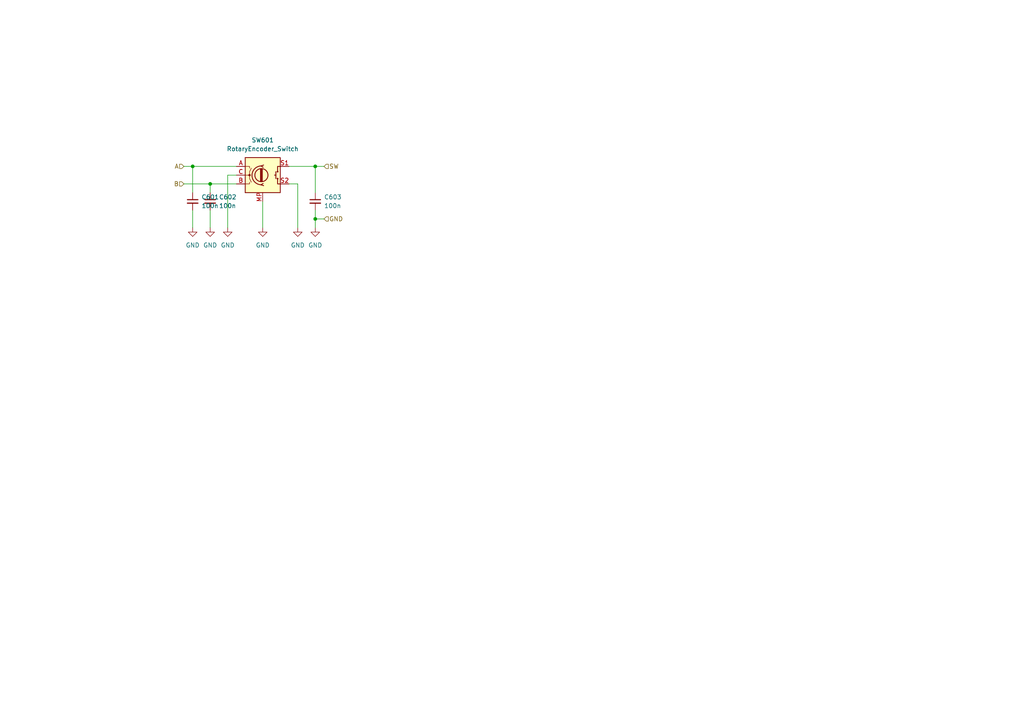
<source format=kicad_sch>
(kicad_sch (version 20250114) (generator "eeschema") (generator_version "9.0")
  (paper "A4")
  (lib_symbols
    (symbol "Device:C_Small" (pin_numbers (hide yes)) (pin_names (offset 0.254) (hide yes))
      (property "Reference" "C" (at 0.254 1.778 0))
      (property "Value" "C_Small" (at 0.254 -2.032 0))
      (symbol "C_Small_0_1"
        (polyline (pts (xy -1.524 0.508) (xy 1.524 0.508)) (stroke (width 0.3048)))
        (polyline (pts (xy -1.524 -0.508) (xy 1.524 -0.508)) (stroke (width 0.3302)))
      )
      (symbol "C_Small_1_1"
        (pin passive line (at 0 2.54 270) (length 2.032) (name "~") (number "1"))
        (pin passive line (at 0 -2.54 90) (length 2.032) (name "~") (number "2"))
      )
    )
    (symbol "Device:RotaryEncoder_Switch_MP" (pin_names (offset 0.254) (hide yes))
      (property "Reference" "SW" (at 0 8.89 0))
      (property "Value" "RotaryEncoder_Switch_MP" (at 0 6.35 0))
      (symbol "RotaryEncoder_Switch_MP_0_1"
        (rectangle (start -5.08 5.08) (end 5.08 -5.08) (stroke (width 0.254)) (fill (type background)))
        (polyline (pts (xy -5.08 2.54) (xy -3.81 2.54) (xy -3.81 2.032)))
        (polyline (pts (xy -5.08 0) (xy -3.81 0) (xy -3.81 -1.016) (xy -3.302 -2.032)))
        (polyline (pts (xy -5.08 -2.54) (xy -3.81 -2.54) (xy -3.81 -2.032)))
        (polyline (pts (xy -4.318 0) (xy -3.81 0) (xy -3.81 1.016) (xy -3.302 2.032)))
        (circle (center -3.81 0) (radius 0.254) (fill (type outline)))
        (polyline (pts (xy -0.635 -1.778) (xy -0.635 1.778)) (stroke (width 0.254)))
        (circle (center -0.381 0) (radius 1.905) (stroke (width 0.254)))
        (polyline (pts (xy -0.381 -1.778) (xy -0.381 1.778)) (stroke (width 0.254)))
        (arc (start -0.381 -2.794) (mid -3.0988 -0.0635) (end -0.381 2.667) (stroke (width 0.254)))
        (polyline (pts (xy -0.127 1.778) (xy -0.127 -1.778)) (stroke (width 0.254)))
        (polyline (pts (xy 0.254 2.921) (xy -0.508 2.667) (xy 0.127 2.286)) (stroke (width 0.254)))
        (polyline (pts (xy 0.254 -3.048) (xy -0.508 -2.794) (xy 0.127 -2.413)) (stroke (width 0.254)))
        (polyline (pts (xy 3.81 1.016) (xy 3.81 -1.016)) (stroke (width 0.254)))
        (polyline (pts (xy 3.81 0) (xy 3.429 0)) (stroke (width 0.254)))
        (circle (center 4.318 1.016) (radius 0.127) (stroke (width 0.254)))
        (circle (center 4.318 -1.016) (radius 0.127) (stroke (width 0.254)))
        (polyline (pts (xy 5.08 2.54) (xy 4.318 2.54) (xy 4.318 1.016)) (stroke (width 0.254)))
        (polyline (pts (xy 5.08 -2.54) (xy 4.318 -2.54) (xy 4.318 -1.016)) (stroke (width 0.254)))
      )
      (symbol "RotaryEncoder_Switch_MP_1_1"
        (pin passive line (at -7.62 2.54 0) (length 2.54) (name "A") (number "A"))
        (pin passive line (at -7.62 0 0) (length 2.54) (name "C") (number "C"))
        (pin passive line (at -7.62 -2.54 0) (length 2.54) (name "B") (number "B"))
        (pin passive line (at 0 -7.62 90) (length 2.54) (name "MP") (number "MP"))
        (pin passive line (at 7.62 2.54 180) (length 2.54) (name "S1") (number "S1"))
        (pin passive line (at 7.62 -2.54 180) (length 2.54) (name "S2") (number "S2"))
      )
    )
    (symbol "power:GND" (power) (pin_numbers (hide yes)) (pin_names (offset 0) (hide yes))
      (property "Value" "GND" (at 0 -3.81 0))
      (symbol "GND_0_1"
        (polyline (pts (xy 0 0) (xy 0 -1.27) (xy 1.27 -1.27) (xy 0 -2.54) (xy -1.27 -1.27) (xy 0 -1.27)))
      )
      (symbol "GND_1_1"
        (pin power_in line (at 0 0 270) (length 0) (name "~") (number "1"))
      )
    )
  )
  (junction (at 55.88 48.26))
  (junction (at 60.96 53.34))
  (junction (at 91.44 48.26))
  (junction (at 91.44 63.5))
  (wire (pts (xy 53.34 48.26) (xy 55.88 48.26)))
  (wire (pts (xy 55.88 60.96) (xy 55.88 66.04)))
  (wire (pts (xy 91.44 63.5) (xy 91.44 66.04)))
  (wire (pts (xy 60.96 53.34) (xy 68.58 53.34)))
  (wire (pts (xy 86.36 53.34) (xy 86.36 66.04)))
  (wire (pts (xy 68.58 50.8) (xy 66.04 50.8)))
  (wire (pts (xy 91.44 48.26) (xy 93.98 48.26)))
  (wire (pts (xy 91.44 63.5) (xy 93.98 63.5)))
  (wire (pts (xy 91.44 60.96) (xy 91.44 63.5)))
  (wire (pts (xy 66.04 50.8) (xy 66.04 66.04)))
  (wire (pts (xy 76.2 58.42) (xy 76.2 66.04)))
  (wire (pts (xy 83.82 53.34) (xy 86.36 53.34)))
  (wire (pts (xy 55.88 48.26) (xy 68.58 48.26)))
  (wire (pts (xy 55.88 48.26) (xy 55.88 55.88)))
  (wire (pts (xy 53.34 53.34) (xy 60.96 53.34)))
  (wire (pts (xy 60.96 53.34) (xy 60.96 55.88)))
  (wire (pts (xy 60.96 60.96) (xy 60.96 66.04)))
  (wire (pts (xy 91.44 48.26) (xy 91.44 55.88)))
  (wire (pts (xy 83.82 48.26) (xy 91.44 48.26)))
  (hierarchical_label "A" (shape input) (at 53.34 48.26 180))
  (hierarchical_label "SW" (shape input) (at 93.98 48.26 0))
  (hierarchical_label "B" (shape input) (at 53.34 53.34 180))
  (hierarchical_label "GND" (shape input) (at 93.98 63.5 0))
  (symbol (lib_id "power:GND") (at 66.04 66.04 0) (unit 1)
    (property "Reference" "#PWR0403" (effects (hide yes)))
    (property "Value" "GND" (at 66.04 71.12 0))
    (property "Description" "Power symbol creates a global label with name \"GND\" , ground" (effects (hide yes)))
    (instances (project "NiController_encoder4button4" (path "" (reference "#PWR0603") (unit 1)) (path "" (reference "#PWR0503") (unit 1)) (path "" (reference "#PWR0403") (unit 1)) (path "" (reference "#PWR0703") (unit 1))))
  )
  (symbol (lib_id "Device:C_Small") (at 60.96 58.42 0) (unit 1)
    (property "Reference" "C402" (at 63.5 57.1562 0) (effects (justify left)))
    (property "Value" "100n" (at 63.5 59.6962 0) (effects (justify left)))
    (property "Footprint" "Capacitor_SMD:C_0603_1608Metric" (effects (hide yes)))
    (property "Description" "Unpolarized capacitor, small symbol" (effects (hide yes)))
    (instances (project "NiController_encoder4button4" (path "" (reference "C602") (unit 1)) (path "" (reference "C502") (unit 1)) (path "" (reference "C402") (unit 1)) (path "" (reference "C702") (unit 1))))
  )
  (symbol (lib_id "Device:C_Small") (at 91.44 58.42 0) (unit 1)
    (property "Reference" "C403" (at 93.98 57.1562 0) (effects (justify left)))
    (property "Value" "100n" (at 93.98 59.6962 0) (effects (justify left)))
    (property "Footprint" "Capacitor_SMD:C_0603_1608Metric" (effects (hide yes)))
    (property "Description" "Unpolarized capacitor, small symbol" (effects (hide yes)))
    (instances (project "NiController_encoder4button4" (path "" (reference "C603") (unit 1)) (path "" (reference "C503") (unit 1)) (path "" (reference "C403") (unit 1)) (path "" (reference "C703") (unit 1))))
  )
  (symbol (lib_id "power:GND") (at 86.36 66.04 0) (unit 1)
    (property "Reference" "#PWR0405" (effects (hide yes)))
    (property "Value" "GND" (at 86.36 71.12 0))
    (property "Description" "Power symbol creates a global label with name \"GND\" , ground" (effects (hide yes)))
    (instances (project "NiController_encoder4button4" (path "" (reference "#PWR0605") (unit 1)) (path "" (reference "#PWR0505") (unit 1)) (path "" (reference "#PWR0405") (unit 1)) (path "" (reference "#PWR0705") (unit 1))))
  )
  (symbol (lib_id "Device:RotaryEncoder_Switch_MP") (at 76.2 50.8 0) (unit 1)
    (property "Reference" "SW401" (at 76.2 40.64 0))
    (property "Value" "RotaryEncoder_Switch" (at 76.2 43.18 0))
    (property "Footprint" "Rotary_Encoder:RotaryEncoder_Bourns_Vertical_PEC12R-3x17F-Sxxxx" (effects (hide yes)))
    (property "Description" "Rotary encoder, dual channel, incremental quadrate outputs, with switch and MP Pin" (effects (hide yes)))
    (instances (project "NiController_encoder4button4" (path "" (reference "SW601") (unit 1)) (path "" (reference "SW501") (unit 1)) (path "" (reference "SW401") (unit 1)) (path "" (reference "SW701") (unit 1))))
  )
  (symbol (lib_id "Device:C_Small") (at 55.88 58.42 0) (unit 1)
    (property "Reference" "C401" (at 58.42 57.1562 0) (effects (justify left)))
    (property "Value" "100n" (at 58.42 59.6962 0) (effects (justify left)))
    (property "Footprint" "Capacitor_SMD:C_0603_1608Metric" (effects (hide yes)))
    (property "Description" "Unpolarized capacitor, small symbol" (effects (hide yes)))
    (instances (project "NiController_encoder4button4" (path "" (reference "C601") (unit 1)) (path "" (reference "C501") (unit 1)) (path "" (reference "C401") (unit 1)) (path "" (reference "C701") (unit 1))))
  )
  (symbol (lib_id "power:GND") (at 55.88 66.04 0) (unit 1)
    (property "Reference" "#PWR0401" (effects (hide yes)))
    (property "Value" "GND" (at 55.88 71.12 0))
    (property "Description" "Power symbol creates a global label with name \"GND\" , ground" (effects (hide yes)))
    (instances (project "NiController_encoder4button4" (path "" (reference "#PWR0601") (unit 1)) (path "" (reference "#PWR0501") (unit 1)) (path "" (reference "#PWR0401") (unit 1)) (path "" (reference "#PWR0701") (unit 1))))
  )
  (symbol (lib_id "power:GND") (at 91.44 66.04 0) (unit 1)
    (property "Reference" "#PWR0406" (effects (hide yes)))
    (property "Value" "GND" (at 91.44 71.12 0))
    (property "Description" "Power symbol creates a global label with name \"GND\" , ground" (effects (hide yes)))
    (instances (project "NiController_encoder4button4" (path "" (reference "#PWR0606") (unit 1)) (path "" (reference "#PWR0506") (unit 1)) (path "" (reference "#PWR0406") (unit 1)) (path "" (reference "#PWR0706") (unit 1))))
  )
  (symbol (lib_id "power:GND") (at 76.2 66.04 0) (unit 1)
    (property "Reference" "#PWR0404" (effects (hide yes)))
    (property "Value" "GND" (at 76.2 71.12 0))
    (property "Description" "Power symbol creates a global label with name \"GND\" , ground" (effects (hide yes)))
    (instances (project "NiController_encoder4button4" (path "" (reference "#PWR0604") (unit 1)) (path "" (reference "#PWR0504") (unit 1)) (path "" (reference "#PWR0404") (unit 1)) (path "" (reference "#PWR0704") (unit 1))))
  )
  (symbol (lib_id "power:GND") (at 60.96 66.04 0) (unit 1)
    (property "Reference" "#PWR0402" (effects (hide yes)))
    (property "Value" "GND" (at 60.96 71.12 0))
    (property "Description" "Power symbol creates a global label with name \"GND\" , ground" (effects (hide yes)))
    (instances (project "NiController_encoder4button4" (path "" (reference "#PWR0602") (unit 1)) (path "" (reference "#PWR0502") (unit 1)) (path "" (reference "#PWR0402") (unit 1)) (path "" (reference "#PWR0702") (unit 1))))
  )
)
</source>
